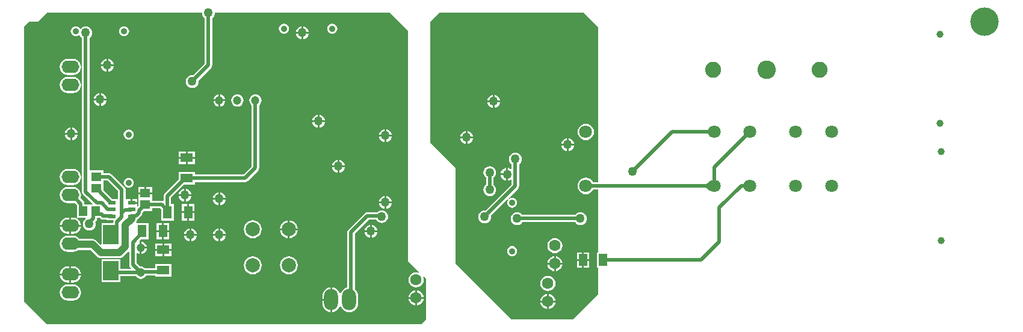
<source format=gbl>
G04*
G04 #@! TF.GenerationSoftware,Altium Limited,Altium Designer,19.1.6 (110)*
G04*
G04 Layer_Physical_Order=2*
G04 Layer_Color=16711680*
%FSLAX24Y24*%
%MOIN*%
G70*
G01*
G75*
%ADD19R,0.0472X0.0650*%
%ADD25R,0.0453X0.0531*%
%ADD28R,0.0551X0.0512*%
%ADD29R,0.0709X0.0512*%
%ADD71C,0.0200*%
%ADD72C,0.0500*%
%ADD76C,0.1575*%
%ADD77C,0.0630*%
%ADD78C,0.0354*%
%ADD79O,0.0787X0.1181*%
%ADD80O,0.0984X0.0689*%
%ADD81C,0.0394*%
%ADD82C,0.0787*%
%ADD83C,0.0472*%
%ADD84C,0.1024*%
%ADD85C,0.0886*%
%ADD86C,0.0709*%
%ADD87C,0.0500*%
%ADD88R,0.0512X0.0709*%
%ADD89R,0.0866X0.1063*%
%ADD90R,0.0394X0.0236*%
%ADD91C,0.0400*%
G36*
X31750Y26500D02*
Y13750D01*
X32365Y13135D01*
X32337Y13092D01*
X32308Y13104D01*
X32200Y13119D01*
X32092Y13104D01*
X31991Y13062D01*
X31904Y12996D01*
X31838Y12909D01*
X31796Y12808D01*
X31781Y12700D01*
X31796Y12592D01*
X31838Y12491D01*
X31904Y12404D01*
X31991Y12338D01*
X32092Y12296D01*
X32200Y12281D01*
X32308Y12296D01*
X32409Y12338D01*
X32496Y12404D01*
X32562Y12491D01*
X32604Y12592D01*
X32619Y12700D01*
X32604Y12808D01*
X32592Y12837D01*
X32635Y12865D01*
X32750Y12750D01*
Y10500D01*
X32500Y10250D01*
X11750D01*
X10500Y11500D01*
Y26750D01*
X10750Y27000D01*
X11250D01*
X11750Y27500D01*
X20347D01*
X20359Y27409D01*
X20394Y27323D01*
X20450Y27250D01*
X20496Y27215D01*
Y24684D01*
X19857Y24046D01*
X19800Y24053D01*
X19709Y24041D01*
X19623Y24006D01*
X19550Y23950D01*
X19494Y23877D01*
X19459Y23791D01*
X19447Y23700D01*
X19459Y23609D01*
X19494Y23523D01*
X19550Y23450D01*
X19623Y23394D01*
X19709Y23359D01*
X19800Y23347D01*
X19891Y23359D01*
X19977Y23394D01*
X20050Y23450D01*
X20106Y23523D01*
X20141Y23609D01*
X20153Y23700D01*
X20145Y23757D01*
X20844Y24456D01*
X20888Y24522D01*
X20904Y24600D01*
Y27215D01*
X20950Y27250D01*
X21006Y27323D01*
X21041Y27409D01*
X21053Y27500D01*
X30750D01*
X31750Y26500D01*
D02*
G37*
G36*
X48154Y18010D02*
X48185Y18011D01*
X48216Y18016D01*
X48246Y18023D01*
X48276Y18033D01*
X48307Y18047D01*
X48337Y18063D01*
X48367Y18082D01*
X48397Y18104D01*
X48427Y18128D01*
X48456Y18156D01*
X48448Y17660D01*
X48419Y17689D01*
X48391Y17714D01*
X48362Y17737D01*
X48332Y17756D01*
X48303Y17773D01*
X48273Y17786D01*
X48243Y17797D01*
X48212Y17804D01*
X48182Y17809D01*
X48151Y17810D01*
X48154Y18010D01*
D02*
G37*
G36*
X42300Y26700D02*
Y18108D01*
X42006D01*
X41996Y18133D01*
X41923Y18228D01*
X41828Y18301D01*
X41717Y18347D01*
X41599Y18362D01*
X41480Y18347D01*
X41370Y18301D01*
X41275Y18228D01*
X41202Y18133D01*
X41156Y18023D01*
X41141Y17904D01*
X41156Y17785D01*
X41202Y17675D01*
X41275Y17580D01*
X41370Y17507D01*
X41480Y17461D01*
X41599Y17446D01*
X41717Y17461D01*
X41828Y17507D01*
X41923Y17580D01*
X41996Y17675D01*
X42006Y17700D01*
X42300D01*
Y14225D01*
X42215D01*
Y13375D01*
X42300D01*
Y11900D01*
X40900Y10500D01*
X37500D01*
X34400Y13600D01*
Y18900D01*
X33000Y20300D01*
Y27000D01*
X33500Y27500D01*
X41500D01*
X42300Y26700D01*
D02*
G37*
%LPC*%
G36*
X25950Y26746D02*
Y26450D01*
X26246D01*
X26241Y26491D01*
X26206Y26577D01*
X26150Y26650D01*
X26077Y26706D01*
X25991Y26741D01*
X25950Y26746D01*
D02*
G37*
G36*
X25850D02*
X25809Y26741D01*
X25723Y26706D01*
X25650Y26650D01*
X25594Y26577D01*
X25559Y26491D01*
X25554Y26450D01*
X25850D01*
Y26746D01*
D02*
G37*
G36*
X27556Y26902D02*
X27484Y26892D01*
X27417Y26864D01*
X27359Y26820D01*
X27314Y26762D01*
X27286Y26695D01*
X27277Y26622D01*
X27286Y26550D01*
X27314Y26482D01*
X27359Y26424D01*
X27417Y26380D01*
X27484Y26352D01*
X27556Y26343D01*
X27629Y26352D01*
X27696Y26380D01*
X27754Y26424D01*
X27799Y26482D01*
X27826Y26550D01*
X27836Y26622D01*
X27826Y26695D01*
X27799Y26762D01*
X27754Y26820D01*
X27696Y26864D01*
X27629Y26892D01*
X27556Y26902D01*
D02*
G37*
G36*
X24879D02*
X24807Y26892D01*
X24740Y26864D01*
X24682Y26820D01*
X24637Y26762D01*
X24609Y26695D01*
X24600Y26622D01*
X24609Y26550D01*
X24637Y26482D01*
X24682Y26424D01*
X24740Y26380D01*
X24807Y26352D01*
X24879Y26343D01*
X24952Y26352D01*
X25019Y26380D01*
X25077Y26424D01*
X25121Y26482D01*
X25149Y26550D01*
X25159Y26622D01*
X25149Y26695D01*
X25121Y26762D01*
X25077Y26820D01*
X25019Y26864D01*
X24952Y26892D01*
X24879Y26902D01*
D02*
G37*
G36*
X16021Y26760D02*
X15949Y26750D01*
X15881Y26722D01*
X15824Y26678D01*
X15779Y26620D01*
X15751Y26552D01*
X15742Y26480D01*
X15751Y26408D01*
X15779Y26340D01*
X15824Y26282D01*
X15881Y26238D01*
X15949Y26210D01*
X16021Y26200D01*
X16094Y26210D01*
X16161Y26238D01*
X16219Y26282D01*
X16263Y26340D01*
X16291Y26408D01*
X16301Y26480D01*
X16291Y26552D01*
X16263Y26620D01*
X16219Y26678D01*
X16161Y26722D01*
X16094Y26750D01*
X16021Y26760D01*
D02*
G37*
G36*
X26246Y26350D02*
X25950D01*
Y26054D01*
X25991Y26059D01*
X26077Y26094D01*
X26150Y26150D01*
X26206Y26223D01*
X26241Y26309D01*
X26246Y26350D01*
D02*
G37*
G36*
X25850D02*
X25554D01*
X25559Y26309D01*
X25594Y26223D01*
X25650Y26150D01*
X25723Y26094D01*
X25809Y26059D01*
X25850Y26054D01*
Y26350D01*
D02*
G37*
G36*
X15150Y24946D02*
Y24650D01*
X15446D01*
X15441Y24691D01*
X15406Y24777D01*
X15350Y24850D01*
X15277Y24906D01*
X15191Y24941D01*
X15150Y24946D01*
D02*
G37*
G36*
X15050D02*
X15009Y24941D01*
X14923Y24906D01*
X14850Y24850D01*
X14794Y24777D01*
X14759Y24691D01*
X14754Y24650D01*
X15050D01*
Y24946D01*
D02*
G37*
G36*
X15446Y24550D02*
X15150D01*
Y24254D01*
X15191Y24259D01*
X15277Y24294D01*
X15350Y24350D01*
X15406Y24423D01*
X15441Y24509D01*
X15446Y24550D01*
D02*
G37*
G36*
X15050D02*
X14754D01*
X14759Y24509D01*
X14794Y24423D01*
X14850Y24350D01*
X14923Y24294D01*
X15009Y24259D01*
X15050Y24254D01*
Y24550D01*
D02*
G37*
G36*
X13198Y24948D02*
X12902D01*
X12786Y24933D01*
X12678Y24888D01*
X12585Y24817D01*
X12514Y24724D01*
X12469Y24616D01*
X12454Y24500D01*
X12469Y24384D01*
X12514Y24276D01*
X12585Y24183D01*
X12678Y24112D01*
X12786Y24067D01*
X12902Y24052D01*
X13198D01*
X13314Y24067D01*
X13422Y24112D01*
X13515Y24183D01*
X13586Y24276D01*
X13631Y24384D01*
X13646Y24500D01*
X13631Y24616D01*
X13586Y24724D01*
X13515Y24817D01*
X13422Y24888D01*
X13314Y24933D01*
X13198Y24948D01*
D02*
G37*
G36*
Y23948D02*
X12902D01*
X12786Y23933D01*
X12678Y23888D01*
X12585Y23817D01*
X12514Y23724D01*
X12469Y23616D01*
X12454Y23500D01*
X12469Y23384D01*
X12514Y23276D01*
X12585Y23183D01*
X12678Y23112D01*
X12786Y23067D01*
X12902Y23052D01*
X13198D01*
X13314Y23067D01*
X13422Y23112D01*
X13515Y23183D01*
X13586Y23276D01*
X13631Y23384D01*
X13646Y23500D01*
X13631Y23616D01*
X13586Y23724D01*
X13515Y23817D01*
X13422Y23888D01*
X13314Y23933D01*
X13198Y23948D01*
D02*
G37*
G36*
X14750Y23046D02*
Y22750D01*
X15046D01*
X15041Y22791D01*
X15006Y22877D01*
X14950Y22950D01*
X14877Y23006D01*
X14791Y23041D01*
X14750Y23046D01*
D02*
G37*
G36*
X14650D02*
X14609Y23041D01*
X14523Y23006D01*
X14450Y22950D01*
X14394Y22877D01*
X14359Y22791D01*
X14354Y22750D01*
X14650D01*
Y23046D01*
D02*
G37*
G36*
X21350Y22983D02*
Y22700D01*
X21633D01*
X21628Y22738D01*
X21594Y22820D01*
X21540Y22890D01*
X21470Y22944D01*
X21388Y22978D01*
X21350Y22983D01*
D02*
G37*
G36*
X21250D02*
X21212Y22978D01*
X21130Y22944D01*
X21060Y22890D01*
X21006Y22820D01*
X20972Y22738D01*
X20967Y22700D01*
X21250D01*
Y22983D01*
D02*
G37*
G36*
X15046Y22650D02*
X14750D01*
Y22354D01*
X14791Y22359D01*
X14877Y22394D01*
X14950Y22450D01*
X15006Y22523D01*
X15041Y22609D01*
X15046Y22650D01*
D02*
G37*
G36*
X14650D02*
X14354D01*
X14359Y22609D01*
X14394Y22523D01*
X14450Y22450D01*
X14523Y22394D01*
X14609Y22359D01*
X14650Y22354D01*
Y22650D01*
D02*
G37*
G36*
X21633Y22600D02*
X21350D01*
Y22317D01*
X21388Y22322D01*
X21470Y22356D01*
X21540Y22410D01*
X21594Y22480D01*
X21628Y22562D01*
X21633Y22600D01*
D02*
G37*
G36*
X21250D02*
X20967D01*
X20972Y22562D01*
X21006Y22480D01*
X21060Y22410D01*
X21130Y22356D01*
X21212Y22322D01*
X21250Y22317D01*
Y22600D01*
D02*
G37*
G36*
X22300Y22989D02*
X22212Y22978D01*
X22130Y22944D01*
X22060Y22890D01*
X22006Y22820D01*
X21972Y22738D01*
X21961Y22650D01*
X21972Y22562D01*
X22006Y22480D01*
X22060Y22410D01*
X22130Y22356D01*
X22212Y22322D01*
X22300Y22311D01*
X22388Y22322D01*
X22470Y22356D01*
X22540Y22410D01*
X22594Y22480D01*
X22628Y22562D01*
X22639Y22650D01*
X22628Y22738D01*
X22594Y22820D01*
X22540Y22890D01*
X22470Y22944D01*
X22388Y22978D01*
X22300Y22989D01*
D02*
G37*
G36*
X26850Y21846D02*
Y21550D01*
X27146D01*
X27141Y21591D01*
X27106Y21677D01*
X27050Y21750D01*
X26977Y21806D01*
X26891Y21841D01*
X26850Y21846D01*
D02*
G37*
G36*
X26750D02*
X26709Y21841D01*
X26623Y21806D01*
X26550Y21750D01*
X26494Y21677D01*
X26459Y21591D01*
X26454Y21550D01*
X26750D01*
Y21846D01*
D02*
G37*
G36*
X27146Y21450D02*
X26850D01*
Y21154D01*
X26891Y21159D01*
X26977Y21194D01*
X27050Y21250D01*
X27106Y21323D01*
X27141Y21409D01*
X27146Y21450D01*
D02*
G37*
G36*
X26750D02*
X26454D01*
X26459Y21409D01*
X26494Y21323D01*
X26550Y21250D01*
X26623Y21194D01*
X26709Y21159D01*
X26750Y21154D01*
Y21450D01*
D02*
G37*
G36*
X13150Y21146D02*
Y20850D01*
X13446D01*
X13441Y20891D01*
X13406Y20977D01*
X13350Y21050D01*
X13277Y21106D01*
X13191Y21141D01*
X13150Y21146D01*
D02*
G37*
G36*
X13050D02*
X13009Y21141D01*
X12923Y21106D01*
X12850Y21050D01*
X12794Y20977D01*
X12759Y20891D01*
X12754Y20850D01*
X13050D01*
Y21146D01*
D02*
G37*
G36*
X30550Y21046D02*
Y20750D01*
X30846D01*
X30841Y20791D01*
X30806Y20877D01*
X30750Y20950D01*
X30677Y21006D01*
X30591Y21041D01*
X30550Y21046D01*
D02*
G37*
G36*
X30450D02*
X30409Y21041D01*
X30323Y21006D01*
X30250Y20950D01*
X30194Y20877D01*
X30159Y20791D01*
X30154Y20750D01*
X30450D01*
Y21046D01*
D02*
G37*
G36*
X16280Y21035D02*
X16208Y21026D01*
X16140Y20998D01*
X16082Y20954D01*
X16038Y20896D01*
X16010Y20828D01*
X16000Y20756D01*
X16010Y20684D01*
X16038Y20616D01*
X16082Y20558D01*
X16140Y20514D01*
X16208Y20486D01*
X16280Y20476D01*
X16352Y20486D01*
X16420Y20514D01*
X16478Y20558D01*
X16522Y20616D01*
X16550Y20684D01*
X16560Y20756D01*
X16550Y20828D01*
X16522Y20896D01*
X16478Y20954D01*
X16420Y20998D01*
X16352Y21026D01*
X16280Y21035D01*
D02*
G37*
G36*
X13446Y20750D02*
X13150D01*
Y20454D01*
X13191Y20459D01*
X13277Y20494D01*
X13350Y20550D01*
X13406Y20623D01*
X13441Y20709D01*
X13446Y20750D01*
D02*
G37*
G36*
X13050D02*
X12754D01*
X12759Y20709D01*
X12794Y20623D01*
X12850Y20550D01*
X12923Y20494D01*
X13009Y20459D01*
X13050Y20454D01*
Y20750D01*
D02*
G37*
G36*
X30846Y20650D02*
X30550D01*
Y20354D01*
X30591Y20359D01*
X30677Y20394D01*
X30750Y20450D01*
X30806Y20523D01*
X30841Y20609D01*
X30846Y20650D01*
D02*
G37*
G36*
X30450D02*
X30154D01*
X30159Y20609D01*
X30194Y20523D01*
X30250Y20450D01*
X30323Y20394D01*
X30409Y20359D01*
X30450Y20354D01*
Y20650D01*
D02*
G37*
G36*
X19954Y19827D02*
X19550D01*
Y19521D01*
X19954D01*
Y19827D01*
D02*
G37*
G36*
X19450D02*
X19046D01*
Y19521D01*
X19450D01*
Y19827D01*
D02*
G37*
G36*
X19954Y19421D02*
X19550D01*
Y19115D01*
X19954D01*
Y19421D01*
D02*
G37*
G36*
X19450D02*
X19046D01*
Y19115D01*
X19450D01*
Y19421D01*
D02*
G37*
G36*
X27950Y19346D02*
Y19050D01*
X28246D01*
X28241Y19091D01*
X28206Y19177D01*
X28150Y19250D01*
X28077Y19306D01*
X27991Y19341D01*
X27950Y19346D01*
D02*
G37*
G36*
X27850D02*
X27809Y19341D01*
X27723Y19306D01*
X27650Y19250D01*
X27594Y19177D01*
X27559Y19091D01*
X27554Y19050D01*
X27850D01*
Y19346D01*
D02*
G37*
G36*
X28246Y18950D02*
X27950D01*
Y18654D01*
X27991Y18659D01*
X28077Y18694D01*
X28150Y18750D01*
X28206Y18823D01*
X28241Y18909D01*
X28246Y18950D01*
D02*
G37*
G36*
X27850D02*
X27554D01*
X27559Y18909D01*
X27594Y18823D01*
X27650Y18750D01*
X27723Y18694D01*
X27809Y18659D01*
X27850Y18654D01*
Y18950D01*
D02*
G37*
G36*
X13198Y18848D02*
X12902D01*
X12786Y18833D01*
X12678Y18788D01*
X12585Y18717D01*
X12514Y18624D01*
X12469Y18516D01*
X12454Y18400D01*
X12469Y18284D01*
X12514Y18176D01*
X12585Y18083D01*
X12678Y18012D01*
X12786Y17967D01*
X12902Y17952D01*
X13198D01*
X13314Y17967D01*
X13422Y18012D01*
X13515Y18083D01*
X13586Y18176D01*
X13631Y18284D01*
X13646Y18400D01*
X13631Y18516D01*
X13586Y18624D01*
X13515Y18717D01*
X13422Y18788D01*
X13314Y18833D01*
X13198Y18848D01*
D02*
G37*
G36*
X16280Y18358D02*
X16208Y18349D01*
X16140Y18321D01*
X16082Y18276D01*
X16038Y18219D01*
X16010Y18151D01*
X16000Y18079D01*
X16010Y18006D01*
X16038Y17939D01*
X16082Y17881D01*
X16140Y17837D01*
X16208Y17809D01*
X16280Y17799D01*
X16352Y17809D01*
X16420Y17837D01*
X16478Y17881D01*
X16522Y17939D01*
X16550Y18006D01*
X16560Y18079D01*
X16550Y18151D01*
X16522Y18219D01*
X16478Y18276D01*
X16420Y18321D01*
X16352Y18349D01*
X16280Y18358D01*
D02*
G37*
G36*
X17576Y17856D02*
X17250D01*
Y17550D01*
X17576D01*
Y17856D01*
D02*
G37*
G36*
X17150D02*
X16824D01*
Y17550D01*
X17150D01*
Y17856D01*
D02*
G37*
G36*
X19450Y17746D02*
Y17450D01*
X19746D01*
X19741Y17491D01*
X19706Y17577D01*
X19650Y17650D01*
X19577Y17706D01*
X19491Y17741D01*
X19450Y17746D01*
D02*
G37*
G36*
X19350D02*
X19309Y17741D01*
X19223Y17706D01*
X19150Y17650D01*
X19094Y17577D01*
X19059Y17491D01*
X19054Y17450D01*
X19350D01*
Y17746D01*
D02*
G37*
G36*
X21350Y17546D02*
Y17250D01*
X21646D01*
X21641Y17291D01*
X21606Y17377D01*
X21550Y17450D01*
X21477Y17506D01*
X21391Y17541D01*
X21350Y17546D01*
D02*
G37*
G36*
X21250D02*
X21209Y17541D01*
X21123Y17506D01*
X21050Y17450D01*
X20994Y17377D01*
X20959Y17291D01*
X20954Y17250D01*
X21250D01*
Y17546D01*
D02*
G37*
G36*
X19746Y17350D02*
X19450D01*
Y17054D01*
X19491Y17059D01*
X19577Y17094D01*
X19650Y17150D01*
X19706Y17223D01*
X19741Y17309D01*
X19746Y17350D01*
D02*
G37*
G36*
X19350D02*
X19054D01*
X19059Y17309D01*
X19094Y17223D01*
X19150Y17150D01*
X19223Y17094D01*
X19309Y17059D01*
X19350Y17054D01*
Y17350D01*
D02*
G37*
G36*
X30550Y17346D02*
Y17050D01*
X30846D01*
X30841Y17091D01*
X30806Y17177D01*
X30750Y17250D01*
X30677Y17306D01*
X30591Y17341D01*
X30550Y17346D01*
D02*
G37*
G36*
X30450D02*
X30409Y17341D01*
X30323Y17306D01*
X30250Y17250D01*
X30194Y17177D01*
X30159Y17091D01*
X30154Y17050D01*
X30450D01*
Y17346D01*
D02*
G37*
G36*
X16738Y17192D02*
X16491D01*
Y17024D01*
X16738D01*
Y17192D01*
D02*
G37*
G36*
X13344Y26760D02*
X13272Y26750D01*
X13204Y26722D01*
X13146Y26678D01*
X13102Y26620D01*
X13074Y26552D01*
X13065Y26480D01*
X13074Y26408D01*
X13102Y26340D01*
X13146Y26282D01*
X13204Y26238D01*
X13272Y26210D01*
X13344Y26200D01*
X13416Y26210D01*
X13484Y26238D01*
X13522Y26267D01*
X13580Y26257D01*
X13594Y26223D01*
X13650Y26150D01*
X13696Y26115D01*
Y17571D01*
X13712Y17493D01*
X13756Y17427D01*
X14270Y16912D01*
X14251Y16866D01*
X14132D01*
X14118Y16866D01*
Y16866D01*
X14082D01*
Y16866D01*
X13833D01*
Y16920D01*
X13833Y16920D01*
X13818Y16998D01*
X13773Y17064D01*
X13773Y17064D01*
X13608Y17229D01*
X13631Y17284D01*
X13646Y17400D01*
X13631Y17516D01*
X13586Y17624D01*
X13515Y17717D01*
X13422Y17788D01*
X13314Y17833D01*
X13198Y17848D01*
X12902D01*
X12786Y17833D01*
X12678Y17788D01*
X12585Y17717D01*
X12514Y17624D01*
X12469Y17516D01*
X12454Y17400D01*
X12469Y17284D01*
X12514Y17176D01*
X12585Y17083D01*
X12678Y17012D01*
X12786Y16967D01*
X12902Y16952D01*
X13198D01*
X13296Y16965D01*
X13425Y16836D01*
Y16626D01*
X13429Y16607D01*
Y16181D01*
X13429Y16139D01*
X13393Y16100D01*
X13376Y16107D01*
X13314Y16133D01*
X13198Y16148D01*
X13100D01*
Y15750D01*
X13639D01*
X13631Y15816D01*
X13586Y15924D01*
X13515Y16017D01*
X13422Y16088D01*
X13441Y16134D01*
X13476Y16134D01*
X13476Y16134D01*
X13477Y16134D01*
X13879D01*
X13896Y16084D01*
X13850Y16050D01*
X13794Y15977D01*
X13759Y15891D01*
X13747Y15800D01*
X13759Y15709D01*
X13794Y15623D01*
X13850Y15550D01*
X13923Y15494D01*
X14009Y15459D01*
X14100Y15447D01*
X14191Y15459D01*
X14277Y15494D01*
X14350Y15550D01*
X14406Y15623D01*
X14441Y15709D01*
X14453Y15800D01*
X14441Y15891D01*
X14429Y15921D01*
X14462Y15955D01*
X14507Y16021D01*
X14522Y16099D01*
X14571Y16130D01*
X14687D01*
X14718Y16100D01*
X14784Y16056D01*
X14862Y16040D01*
X15062D01*
Y16008D01*
X15407D01*
X15440Y15958D01*
X15429Y15903D01*
Y15835D01*
X14767D01*
Y14675D01*
X14721Y14656D01*
X14499Y14878D01*
X14436Y14926D01*
X14363Y14956D01*
X14285Y14966D01*
X13553D01*
X13515Y15017D01*
X13422Y15088D01*
X13314Y15133D01*
X13198Y15148D01*
X12902D01*
X12786Y15133D01*
X12678Y15088D01*
X12585Y15017D01*
X12514Y14924D01*
X12469Y14816D01*
X12454Y14700D01*
X12469Y14584D01*
X12514Y14476D01*
X12585Y14383D01*
X12678Y14312D01*
X12786Y14267D01*
X12902Y14252D01*
X13198D01*
X13314Y14267D01*
X13422Y14312D01*
X13486Y14361D01*
X14160D01*
X14535Y13986D01*
X14535Y13986D01*
X14597Y13938D01*
X14670Y13908D01*
X14749Y13897D01*
X14749Y13897D01*
X15756D01*
X15834Y13908D01*
X15907Y13938D01*
X15970Y13986D01*
X16264Y14280D01*
X16310Y14261D01*
Y13536D01*
X16325Y13458D01*
X16370Y13392D01*
X16411Y13350D01*
X16392Y13304D01*
X15833D01*
Y13828D01*
X14767D01*
Y12565D01*
X15833D01*
Y12896D01*
X16683D01*
X16710Y12860D01*
X16780Y12806D01*
X16862Y12772D01*
X16950Y12761D01*
X17038Y12772D01*
X17120Y12806D01*
X17190Y12860D01*
X17244Y12930D01*
X17251Y12948D01*
X17746D01*
Y12873D01*
X18654D01*
Y13585D01*
X17746D01*
Y13356D01*
X17169D01*
X17120Y13394D01*
X17038Y13428D01*
X16950Y13439D01*
X16905Y13433D01*
X16718Y13621D01*
Y14176D01*
X16763Y14198D01*
X16780Y14184D01*
X16862Y14150D01*
X16900Y14145D01*
Y14478D01*
Y14811D01*
X16897Y14810D01*
X16873Y14857D01*
X16962Y14946D01*
X17385D01*
Y15854D01*
X16714D01*
X16689Y15904D01*
X16703Y15923D01*
X16734Y15996D01*
X16735Y16008D01*
X16738D01*
Y16031D01*
X16741Y16052D01*
X16761Y16056D01*
X16827Y16100D01*
X16982Y16255D01*
X17027Y16321D01*
X17042Y16399D01*
X17042Y16399D01*
Y16443D01*
X17113Y16514D01*
X17576D01*
Y16666D01*
X18018D01*
X18073Y16611D01*
Y15991D01*
X18785D01*
Y16899D01*
X18633D01*
Y17272D01*
X19334Y17973D01*
X19954D01*
Y18125D01*
X22729D01*
X22807Y18141D01*
X22873Y18185D01*
X23444Y18756D01*
X23444Y18756D01*
X23488Y18822D01*
X23504Y18900D01*
Y22383D01*
X23540Y22410D01*
X23594Y22480D01*
X23628Y22562D01*
X23639Y22650D01*
X23628Y22738D01*
X23594Y22820D01*
X23540Y22890D01*
X23470Y22944D01*
X23388Y22978D01*
X23300Y22989D01*
X23212Y22978D01*
X23130Y22944D01*
X23060Y22890D01*
X23006Y22820D01*
X22972Y22738D01*
X22961Y22650D01*
X22972Y22562D01*
X23006Y22480D01*
X23060Y22410D01*
X23096Y22383D01*
Y18984D01*
X22645Y18533D01*
X19954D01*
Y18685D01*
X19046D01*
Y18262D01*
X18285Y17501D01*
X18241Y17435D01*
X18225Y17357D01*
Y17082D01*
X18190Y17063D01*
X18175Y17060D01*
X18102Y17074D01*
X17576D01*
Y17450D01*
X17200D01*
X16824D01*
Y17144D01*
Y16803D01*
X16788Y16766D01*
X16738Y16787D01*
Y16924D01*
X16441D01*
Y16974D01*
X16391D01*
Y17192D01*
X16144D01*
X16104Y17215D01*
Y17700D01*
X16088Y17778D01*
X16044Y17844D01*
X15329Y18559D01*
X15263Y18603D01*
X15185Y18619D01*
X14876D01*
Y18771D01*
X14124D01*
X14104Y18812D01*
Y26115D01*
X14150Y26150D01*
X14206Y26223D01*
X14241Y26309D01*
X14253Y26400D01*
X14241Y26491D01*
X14206Y26577D01*
X14150Y26650D01*
X14077Y26706D01*
X13991Y26741D01*
X13900Y26753D01*
X13809Y26741D01*
X13723Y26706D01*
X13650Y26650D01*
X13632Y26626D01*
X13575Y26634D01*
X13542Y26678D01*
X13484Y26722D01*
X13416Y26750D01*
X13344Y26760D01*
D02*
G37*
G36*
X21646Y17150D02*
X21350D01*
Y16854D01*
X21391Y16859D01*
X21477Y16894D01*
X21550Y16950D01*
X21606Y17023D01*
X21641Y17109D01*
X21646Y17150D01*
D02*
G37*
G36*
X21250D02*
X20954D01*
X20959Y17109D01*
X20994Y17023D01*
X21050Y16950D01*
X21123Y16894D01*
X21209Y16859D01*
X21250Y16854D01*
Y17150D01*
D02*
G37*
G36*
X30846Y16950D02*
X30550D01*
Y16654D01*
X30591Y16659D01*
X30677Y16694D01*
X30750Y16750D01*
X30806Y16823D01*
X30841Y16909D01*
X30846Y16950D01*
D02*
G37*
G36*
X30450D02*
X30154D01*
X30159Y16909D01*
X30194Y16823D01*
X30250Y16750D01*
X30323Y16694D01*
X30409Y16659D01*
X30450Y16654D01*
Y16950D01*
D02*
G37*
G36*
X19927Y16899D02*
X19621D01*
Y16495D01*
X19927D01*
Y16899D01*
D02*
G37*
G36*
X19521D02*
X19215D01*
Y16495D01*
X19521D01*
Y16899D01*
D02*
G37*
G36*
X19927Y16395D02*
X19621D01*
Y15991D01*
X19927D01*
Y16395D01*
D02*
G37*
G36*
X19521D02*
X19215D01*
Y15991D01*
X19521D01*
Y16395D01*
D02*
G37*
G36*
X30293Y16560D02*
X30202Y16548D01*
X30117Y16513D01*
X30043Y16457D01*
X30041Y16454D01*
X29500D01*
X29422Y16438D01*
X29356Y16394D01*
X28456Y15494D01*
X28412Y15428D01*
X28396Y15350D01*
Y12281D01*
X28371Y12278D01*
X28251Y12228D01*
X28148Y12149D01*
X28069Y12046D01*
X28027Y11945D01*
X27973D01*
X27931Y12046D01*
X27852Y12149D01*
X27749Y12228D01*
X27629Y12278D01*
X27550Y12288D01*
Y11600D01*
Y10912D01*
X27629Y10922D01*
X27749Y10972D01*
X27852Y11051D01*
X27931Y11154D01*
X27973Y11255D01*
X28027D01*
X28069Y11154D01*
X28148Y11051D01*
X28251Y10972D01*
X28371Y10922D01*
X28500Y10905D01*
X28629Y10922D01*
X28749Y10972D01*
X28852Y11051D01*
X28931Y11154D01*
X28981Y11274D01*
X28998Y11403D01*
Y11797D01*
X28981Y11926D01*
X28931Y12046D01*
X28852Y12149D01*
X28804Y12186D01*
Y15266D01*
X29584Y16046D01*
X29981D01*
X29987Y16030D01*
X30043Y15957D01*
X30117Y15901D01*
X30202Y15866D01*
X30293Y15854D01*
X30384Y15866D01*
X30470Y15901D01*
X30543Y15957D01*
X30599Y16030D01*
X30634Y16116D01*
X30646Y16207D01*
X30634Y16298D01*
X30599Y16383D01*
X30543Y16457D01*
X30470Y16513D01*
X30384Y16548D01*
X30293Y16560D01*
D02*
G37*
G36*
X13000Y16148D02*
X12902D01*
X12786Y16133D01*
X12678Y16088D01*
X12585Y16017D01*
X12514Y15924D01*
X12469Y15816D01*
X12461Y15750D01*
X13000D01*
Y16148D01*
D02*
G37*
G36*
X25200Y15991D02*
Y15550D01*
X25641D01*
X25631Y15629D01*
X25581Y15749D01*
X25502Y15852D01*
X25399Y15931D01*
X25279Y15981D01*
X25200Y15991D01*
D02*
G37*
G36*
X25100D02*
X25021Y15981D01*
X24901Y15931D01*
X24798Y15852D01*
X24719Y15749D01*
X24669Y15629D01*
X24659Y15550D01*
X25100D01*
Y15991D01*
D02*
G37*
G36*
X18527Y15854D02*
X18221D01*
Y15450D01*
X18527D01*
Y15854D01*
D02*
G37*
G36*
X29750Y15746D02*
Y15450D01*
X30046D01*
X30041Y15491D01*
X30006Y15577D01*
X29950Y15650D01*
X29877Y15706D01*
X29791Y15741D01*
X29750Y15746D01*
D02*
G37*
G36*
X29650D02*
X29609Y15741D01*
X29523Y15706D01*
X29450Y15650D01*
X29394Y15577D01*
X29359Y15491D01*
X29354Y15450D01*
X29650D01*
Y15746D01*
D02*
G37*
G36*
X18121Y15854D02*
X17815D01*
Y15450D01*
X18121D01*
Y15854D01*
D02*
G37*
G36*
X13639Y15650D02*
X13100D01*
Y15252D01*
X13198D01*
X13314Y15267D01*
X13422Y15312D01*
X13515Y15383D01*
X13586Y15476D01*
X13631Y15584D01*
X13639Y15650D01*
D02*
G37*
G36*
X13000D02*
X12461D01*
X12469Y15584D01*
X12514Y15476D01*
X12585Y15383D01*
X12678Y15312D01*
X12786Y15267D01*
X12902Y15252D01*
X13000D01*
Y15650D01*
D02*
G37*
G36*
X21350Y15546D02*
Y15250D01*
X21646D01*
X21641Y15291D01*
X21606Y15377D01*
X21550Y15450D01*
X21477Y15506D01*
X21391Y15541D01*
X21350Y15546D01*
D02*
G37*
G36*
X21250D02*
X21209Y15541D01*
X21123Y15506D01*
X21050Y15450D01*
X20994Y15377D01*
X20959Y15291D01*
X20954Y15250D01*
X21250D01*
Y15546D01*
D02*
G37*
G36*
X19750D02*
Y15250D01*
X20046D01*
X20041Y15291D01*
X20006Y15377D01*
X19950Y15450D01*
X19877Y15506D01*
X19791Y15541D01*
X19750Y15546D01*
D02*
G37*
G36*
X19650D02*
X19609Y15541D01*
X19523Y15506D01*
X19450Y15450D01*
X19394Y15377D01*
X19359Y15291D01*
X19354Y15250D01*
X19650D01*
Y15546D01*
D02*
G37*
G36*
X30046Y15350D02*
X29750D01*
Y15054D01*
X29791Y15059D01*
X29877Y15094D01*
X29950Y15150D01*
X30006Y15223D01*
X30041Y15309D01*
X30046Y15350D01*
D02*
G37*
G36*
X29650D02*
X29354D01*
X29359Y15309D01*
X29394Y15223D01*
X29450Y15150D01*
X29523Y15094D01*
X29609Y15059D01*
X29650Y15054D01*
Y15350D01*
D02*
G37*
G36*
X25641Y15450D02*
X25200D01*
Y15009D01*
X25279Y15019D01*
X25399Y15069D01*
X25502Y15148D01*
X25581Y15251D01*
X25631Y15371D01*
X25641Y15450D01*
D02*
G37*
G36*
X25100D02*
X24659D01*
X24669Y15371D01*
X24719Y15251D01*
X24798Y15148D01*
X24901Y15069D01*
X25021Y15019D01*
X25100Y15009D01*
Y15450D01*
D02*
G37*
G36*
X23150Y15998D02*
X23021Y15981D01*
X22901Y15931D01*
X22798Y15852D01*
X22719Y15749D01*
X22669Y15629D01*
X22652Y15500D01*
X22669Y15371D01*
X22719Y15251D01*
X22798Y15148D01*
X22901Y15069D01*
X23021Y15019D01*
X23150Y15002D01*
X23279Y15019D01*
X23399Y15069D01*
X23502Y15148D01*
X23581Y15251D01*
X23631Y15371D01*
X23648Y15500D01*
X23631Y15629D01*
X23581Y15749D01*
X23502Y15852D01*
X23399Y15931D01*
X23279Y15981D01*
X23150Y15998D01*
D02*
G37*
G36*
X18527Y15350D02*
X18221D01*
Y14946D01*
X18527D01*
Y15350D01*
D02*
G37*
G36*
X18121D02*
X17815D01*
Y14946D01*
X18121D01*
Y15350D01*
D02*
G37*
G36*
X21646Y15150D02*
X21350D01*
Y14854D01*
X21391Y14859D01*
X21477Y14894D01*
X21550Y14950D01*
X21606Y15023D01*
X21641Y15109D01*
X21646Y15150D01*
D02*
G37*
G36*
X21250D02*
X20954D01*
X20959Y15109D01*
X20994Y15023D01*
X21050Y14950D01*
X21123Y14894D01*
X21209Y14859D01*
X21250Y14854D01*
Y15150D01*
D02*
G37*
G36*
X20046D02*
X19750D01*
Y14854D01*
X19791Y14859D01*
X19877Y14894D01*
X19950Y14950D01*
X20006Y15023D01*
X20041Y15109D01*
X20046Y15150D01*
D02*
G37*
G36*
X19650D02*
X19354D01*
X19359Y15109D01*
X19394Y15023D01*
X19450Y14950D01*
X19523Y14894D01*
X19609Y14859D01*
X19650Y14854D01*
Y15150D01*
D02*
G37*
G36*
X17000Y14811D02*
Y14528D01*
X17283D01*
X17278Y14566D01*
X17244Y14648D01*
X17190Y14718D01*
X17120Y14772D01*
X17038Y14806D01*
X17000Y14811D01*
D02*
G37*
G36*
X18654Y14727D02*
X18250D01*
Y14421D01*
X18654D01*
Y14727D01*
D02*
G37*
G36*
X18150D02*
X17746D01*
Y14421D01*
X18150D01*
Y14727D01*
D02*
G37*
G36*
X17283Y14428D02*
X17000D01*
Y14145D01*
X17038Y14150D01*
X17120Y14184D01*
X17190Y14238D01*
X17244Y14308D01*
X17278Y14390D01*
X17283Y14428D01*
D02*
G37*
G36*
X18654Y14321D02*
X18250D01*
Y14015D01*
X18654D01*
Y14321D01*
D02*
G37*
G36*
X18150D02*
X17746D01*
Y14015D01*
X18150D01*
Y14321D01*
D02*
G37*
G36*
X13198Y13448D02*
X13100D01*
Y13050D01*
X13639D01*
X13631Y13116D01*
X13586Y13224D01*
X13515Y13317D01*
X13422Y13388D01*
X13314Y13433D01*
X13198Y13448D01*
D02*
G37*
G36*
X13000D02*
X12902D01*
X12786Y13433D01*
X12678Y13388D01*
X12585Y13317D01*
X12514Y13224D01*
X12469Y13116D01*
X12461Y13050D01*
X13000D01*
Y13448D01*
D02*
G37*
G36*
X25150Y13998D02*
X25021Y13981D01*
X24901Y13931D01*
X24798Y13852D01*
X24719Y13749D01*
X24669Y13629D01*
X24652Y13500D01*
X24669Y13371D01*
X24719Y13251D01*
X24798Y13148D01*
X24901Y13069D01*
X25021Y13019D01*
X25150Y13002D01*
X25279Y13019D01*
X25399Y13069D01*
X25502Y13148D01*
X25581Y13251D01*
X25631Y13371D01*
X25648Y13500D01*
X25631Y13629D01*
X25581Y13749D01*
X25502Y13852D01*
X25399Y13931D01*
X25279Y13981D01*
X25150Y13998D01*
D02*
G37*
G36*
X23150D02*
X23021Y13981D01*
X22901Y13931D01*
X22798Y13852D01*
X22719Y13749D01*
X22669Y13629D01*
X22652Y13500D01*
X22669Y13371D01*
X22719Y13251D01*
X22798Y13148D01*
X22901Y13069D01*
X23021Y13019D01*
X23150Y13002D01*
X23279Y13019D01*
X23399Y13069D01*
X23502Y13148D01*
X23581Y13251D01*
X23631Y13371D01*
X23648Y13500D01*
X23631Y13629D01*
X23581Y13749D01*
X23502Y13852D01*
X23399Y13931D01*
X23279Y13981D01*
X23150Y13998D01*
D02*
G37*
G36*
X13639Y12950D02*
X13100D01*
Y12552D01*
X13198D01*
X13314Y12567D01*
X13422Y12612D01*
X13515Y12683D01*
X13586Y12776D01*
X13631Y12884D01*
X13639Y12950D01*
D02*
G37*
G36*
X13000D02*
X12461D01*
X12469Y12884D01*
X12514Y12776D01*
X12585Y12683D01*
X12678Y12612D01*
X12786Y12567D01*
X12902Y12552D01*
X13000D01*
Y12950D01*
D02*
G37*
G36*
X32250Y12112D02*
Y11750D01*
X32612D01*
X32604Y11808D01*
X32562Y11909D01*
X32496Y11996D01*
X32409Y12062D01*
X32308Y12104D01*
X32250Y12112D01*
D02*
G37*
G36*
X32150D02*
X32092Y12104D01*
X31991Y12062D01*
X31904Y11996D01*
X31838Y11909D01*
X31796Y11808D01*
X31788Y11750D01*
X32150D01*
Y12112D01*
D02*
G37*
G36*
X27450Y12288D02*
X27371Y12278D01*
X27251Y12228D01*
X27148Y12149D01*
X27069Y12046D01*
X27019Y11926D01*
X27002Y11797D01*
Y11650D01*
X27450D01*
Y12288D01*
D02*
G37*
G36*
X13198Y12448D02*
X12902D01*
X12786Y12433D01*
X12678Y12388D01*
X12585Y12317D01*
X12514Y12224D01*
X12469Y12116D01*
X12454Y12000D01*
X12469Y11884D01*
X12514Y11776D01*
X12585Y11683D01*
X12678Y11612D01*
X12786Y11567D01*
X12902Y11552D01*
X13198D01*
X13314Y11567D01*
X13422Y11612D01*
X13515Y11683D01*
X13586Y11776D01*
X13631Y11884D01*
X13646Y12000D01*
X13631Y12116D01*
X13586Y12224D01*
X13515Y12317D01*
X13422Y12388D01*
X13314Y12433D01*
X13198Y12448D01*
D02*
G37*
G36*
X32612Y11650D02*
X32250D01*
Y11288D01*
X32308Y11296D01*
X32409Y11338D01*
X32496Y11404D01*
X32562Y11491D01*
X32604Y11592D01*
X32612Y11650D01*
D02*
G37*
G36*
X32150D02*
X31788D01*
X31796Y11592D01*
X31838Y11491D01*
X31904Y11404D01*
X31991Y11338D01*
X32092Y11296D01*
X32150Y11288D01*
Y11650D01*
D02*
G37*
G36*
X27450Y11550D02*
X27002D01*
Y11403D01*
X27019Y11274D01*
X27069Y11154D01*
X27148Y11051D01*
X27251Y10972D01*
X27371Y10922D01*
X27450Y10912D01*
Y11550D01*
D02*
G37*
%LPD*%
G36*
X15696Y17616D02*
Y17215D01*
X15656Y17192D01*
X15350D01*
X14876Y17667D01*
Y18211D01*
X15101D01*
X15696Y17616D01*
D02*
G37*
%LPC*%
G36*
X36550Y22946D02*
Y22650D01*
X36846D01*
X36841Y22691D01*
X36806Y22777D01*
X36750Y22850D01*
X36677Y22906D01*
X36591Y22941D01*
X36550Y22946D01*
D02*
G37*
G36*
X36450D02*
X36409Y22941D01*
X36323Y22906D01*
X36250Y22850D01*
X36194Y22777D01*
X36159Y22691D01*
X36154Y22650D01*
X36450D01*
Y22946D01*
D02*
G37*
G36*
X36846Y22550D02*
X36550D01*
Y22254D01*
X36591Y22259D01*
X36677Y22294D01*
X36750Y22350D01*
X36806Y22423D01*
X36841Y22509D01*
X36846Y22550D01*
D02*
G37*
G36*
X36450D02*
X36154D01*
X36159Y22509D01*
X36194Y22423D01*
X36250Y22350D01*
X36323Y22294D01*
X36409Y22259D01*
X36450Y22254D01*
Y22550D01*
D02*
G37*
G36*
X35050Y20946D02*
Y20650D01*
X35346D01*
X35341Y20691D01*
X35306Y20777D01*
X35250Y20850D01*
X35177Y20906D01*
X35091Y20941D01*
X35050Y20946D01*
D02*
G37*
G36*
X34950D02*
X34909Y20941D01*
X34823Y20906D01*
X34750Y20850D01*
X34694Y20777D01*
X34659Y20691D01*
X34654Y20650D01*
X34950D01*
Y20946D01*
D02*
G37*
G36*
X41599Y21354D02*
X41480Y21339D01*
X41370Y21293D01*
X41275Y21220D01*
X41202Y21125D01*
X41156Y21015D01*
X41141Y20896D01*
X41156Y20777D01*
X41202Y20667D01*
X41275Y20572D01*
X41370Y20499D01*
X41480Y20453D01*
X41599Y20438D01*
X41717Y20453D01*
X41828Y20499D01*
X41923Y20572D01*
X41996Y20667D01*
X42041Y20777D01*
X42057Y20896D01*
X42041Y21015D01*
X41996Y21125D01*
X41923Y21220D01*
X41828Y21293D01*
X41717Y21339D01*
X41599Y21354D01*
D02*
G37*
G36*
X35346Y20550D02*
X35050D01*
Y20254D01*
X35091Y20259D01*
X35177Y20294D01*
X35250Y20350D01*
X35306Y20423D01*
X35341Y20509D01*
X35346Y20550D01*
D02*
G37*
G36*
X34950D02*
X34654D01*
X34659Y20509D01*
X34694Y20423D01*
X34750Y20350D01*
X34823Y20294D01*
X34909Y20259D01*
X34950Y20254D01*
Y20550D01*
D02*
G37*
G36*
X40650Y20546D02*
Y20250D01*
X40946D01*
X40941Y20291D01*
X40906Y20377D01*
X40850Y20450D01*
X40777Y20506D01*
X40691Y20541D01*
X40650Y20546D01*
D02*
G37*
G36*
X40550D02*
X40509Y20541D01*
X40423Y20506D01*
X40350Y20450D01*
X40294Y20377D01*
X40259Y20291D01*
X40254Y20250D01*
X40550D01*
Y20546D01*
D02*
G37*
G36*
X40946Y20150D02*
X40650D01*
Y19854D01*
X40691Y19859D01*
X40777Y19894D01*
X40850Y19950D01*
X40906Y20023D01*
X40941Y20109D01*
X40946Y20150D01*
D02*
G37*
G36*
X40550D02*
X40254D01*
X40259Y20109D01*
X40294Y20023D01*
X40350Y19950D01*
X40423Y19894D01*
X40509Y19859D01*
X40550Y19854D01*
Y20150D01*
D02*
G37*
G36*
X37700Y19753D02*
X37609Y19741D01*
X37523Y19706D01*
X37450Y19650D01*
X37394Y19577D01*
X37359Y19491D01*
X37347Y19400D01*
X37359Y19309D01*
X37394Y19223D01*
X37450Y19150D01*
X37496Y19115D01*
Y18859D01*
X37446Y18835D01*
X37412Y18861D01*
X37327Y18896D01*
X37285Y18902D01*
Y18555D01*
Y18209D01*
X37327Y18214D01*
X37412Y18250D01*
X37446Y18276D01*
X37496Y18251D01*
Y17984D01*
X36057Y16545D01*
X36000Y16553D01*
X35909Y16541D01*
X35823Y16506D01*
X35750Y16450D01*
X35694Y16377D01*
X35659Y16291D01*
X35647Y16200D01*
X35659Y16109D01*
X35694Y16023D01*
X35750Y15950D01*
X35823Y15894D01*
X35909Y15859D01*
X36000Y15847D01*
X36091Y15859D01*
X36177Y15894D01*
X36250Y15950D01*
X36306Y16023D01*
X36341Y16109D01*
X36353Y16200D01*
X36346Y16257D01*
X37266Y17177D01*
X37303Y17144D01*
X37278Y17111D01*
X37250Y17044D01*
X37240Y16971D01*
X37250Y16899D01*
X37278Y16832D01*
X37322Y16774D01*
X37380Y16729D01*
X37448Y16701D01*
X37520Y16692D01*
X37592Y16701D01*
X37660Y16729D01*
X37718Y16774D01*
X37762Y16832D01*
X37790Y16899D01*
X37800Y16971D01*
X37790Y17044D01*
X37762Y17111D01*
X37718Y17169D01*
X37660Y17213D01*
X37592Y17241D01*
X37520Y17251D01*
X37448Y17241D01*
X37380Y17213D01*
X37347Y17188D01*
X37314Y17226D01*
X37844Y17756D01*
X37888Y17822D01*
X37904Y17900D01*
Y19115D01*
X37950Y19150D01*
X38006Y19223D01*
X38041Y19309D01*
X38053Y19400D01*
X38041Y19491D01*
X38006Y19577D01*
X37950Y19650D01*
X37877Y19706D01*
X37791Y19741D01*
X37700Y19753D01*
D02*
G37*
G36*
X37185Y18902D02*
X37144Y18896D01*
X37059Y18861D01*
X36986Y18805D01*
X36930Y18732D01*
X36894Y18647D01*
X36889Y18605D01*
X37185D01*
Y18902D01*
D02*
G37*
G36*
Y18505D02*
X36889D01*
X36894Y18464D01*
X36930Y18379D01*
X36986Y18306D01*
X37059Y18250D01*
X37144Y18214D01*
X37185Y18209D01*
Y18505D01*
D02*
G37*
G36*
X36280Y19003D02*
X36189Y18991D01*
X36103Y18956D01*
X36030Y18900D01*
X35974Y18827D01*
X35939Y18741D01*
X35927Y18650D01*
X35939Y18559D01*
X35974Y18473D01*
X36030Y18400D01*
X36076Y18365D01*
Y17985D01*
X36030Y17950D01*
X35974Y17877D01*
X35939Y17791D01*
X35927Y17700D01*
X35939Y17609D01*
X35974Y17523D01*
X36030Y17450D01*
X36103Y17394D01*
X36189Y17359D01*
X36280Y17347D01*
X36371Y17359D01*
X36457Y17394D01*
X36530Y17450D01*
X36586Y17523D01*
X36621Y17609D01*
X36633Y17700D01*
X36621Y17791D01*
X36586Y17877D01*
X36530Y17950D01*
X36484Y17985D01*
Y18365D01*
X36530Y18400D01*
X36586Y18473D01*
X36621Y18559D01*
X36633Y18650D01*
X36621Y18741D01*
X36586Y18827D01*
X36530Y18900D01*
X36457Y18956D01*
X36371Y18991D01*
X36280Y19003D01*
D02*
G37*
G36*
X41300Y16453D02*
X41209Y16441D01*
X41123Y16406D01*
X41050Y16350D01*
X41015Y16304D01*
X38085D01*
X38050Y16350D01*
X37977Y16406D01*
X37891Y16441D01*
X37800Y16453D01*
X37709Y16441D01*
X37623Y16406D01*
X37550Y16350D01*
X37494Y16277D01*
X37459Y16191D01*
X37447Y16100D01*
X37459Y16009D01*
X37494Y15923D01*
X37550Y15850D01*
X37623Y15794D01*
X37709Y15759D01*
X37800Y15747D01*
X37891Y15759D01*
X37977Y15794D01*
X38050Y15850D01*
X38085Y15896D01*
X41015D01*
X41050Y15850D01*
X41123Y15794D01*
X41209Y15759D01*
X41300Y15747D01*
X41391Y15759D01*
X41477Y15794D01*
X41550Y15850D01*
X41606Y15923D01*
X41641Y16009D01*
X41653Y16100D01*
X41641Y16191D01*
X41606Y16277D01*
X41550Y16350D01*
X41477Y16406D01*
X41391Y16441D01*
X41300Y16453D01*
D02*
G37*
G36*
X39889Y15017D02*
X39781Y15003D01*
X39680Y14961D01*
X39593Y14894D01*
X39527Y14808D01*
X39485Y14707D01*
X39471Y14598D01*
X39485Y14490D01*
X39527Y14389D01*
X39593Y14302D01*
X39680Y14236D01*
X39781Y14194D01*
X39889Y14180D01*
X39998Y14194D01*
X40098Y14236D01*
X40185Y14302D01*
X40252Y14389D01*
X40293Y14490D01*
X40308Y14598D01*
X40293Y14707D01*
X40252Y14808D01*
X40185Y14894D01*
X40098Y14961D01*
X39998Y15003D01*
X39889Y15017D01*
D02*
G37*
G36*
X37520Y14574D02*
X37448Y14564D01*
X37380Y14536D01*
X37322Y14492D01*
X37278Y14434D01*
X37250Y14366D01*
X37240Y14294D01*
X37250Y14222D01*
X37278Y14154D01*
X37322Y14096D01*
X37380Y14052D01*
X37448Y14024D01*
X37520Y14015D01*
X37592Y14024D01*
X37660Y14052D01*
X37718Y14096D01*
X37762Y14154D01*
X37790Y14222D01*
X37800Y14294D01*
X37790Y14366D01*
X37762Y14434D01*
X37718Y14492D01*
X37660Y14536D01*
X37592Y14564D01*
X37520Y14574D01*
D02*
G37*
G36*
X41785Y14225D02*
X41499D01*
Y13850D01*
X41785D01*
Y14225D01*
D02*
G37*
G36*
X41399D02*
X41113D01*
Y13850D01*
X41399D01*
Y14225D01*
D02*
G37*
G36*
X39939Y14010D02*
Y13648D01*
X40301D01*
X40293Y13707D01*
X40252Y13808D01*
X40185Y13894D01*
X40098Y13961D01*
X39998Y14003D01*
X39939Y14010D01*
D02*
G37*
G36*
X39839D02*
X39781Y14003D01*
X39680Y13961D01*
X39593Y13894D01*
X39527Y13808D01*
X39485Y13707D01*
X39477Y13648D01*
X39839D01*
Y14010D01*
D02*
G37*
G36*
X41785Y13750D02*
X41499D01*
Y13375D01*
X41785D01*
Y13750D01*
D02*
G37*
G36*
X41399D02*
X41113D01*
Y13375D01*
X41399D01*
Y13750D01*
D02*
G37*
G36*
X40301Y13548D02*
X39939D01*
Y13186D01*
X39998Y13194D01*
X40098Y13236D01*
X40185Y13302D01*
X40252Y13389D01*
X40293Y13490D01*
X40301Y13548D01*
D02*
G37*
G36*
X39839D02*
X39477D01*
X39485Y13490D01*
X39527Y13389D01*
X39593Y13302D01*
X39680Y13236D01*
X39781Y13194D01*
X39839Y13186D01*
Y13548D01*
D02*
G37*
G36*
X39500Y12919D02*
X39392Y12904D01*
X39291Y12862D01*
X39204Y12796D01*
X39138Y12709D01*
X39096Y12608D01*
X39081Y12500D01*
X39096Y12392D01*
X39138Y12291D01*
X39204Y12204D01*
X39291Y12138D01*
X39392Y12096D01*
X39500Y12081D01*
X39608Y12096D01*
X39709Y12138D01*
X39796Y12204D01*
X39862Y12291D01*
X39904Y12392D01*
X39919Y12500D01*
X39904Y12608D01*
X39862Y12709D01*
X39796Y12796D01*
X39709Y12862D01*
X39608Y12904D01*
X39500Y12919D01*
D02*
G37*
G36*
X39550Y11912D02*
Y11550D01*
X39912D01*
X39904Y11608D01*
X39862Y11709D01*
X39796Y11796D01*
X39709Y11862D01*
X39608Y11904D01*
X39550Y11912D01*
D02*
G37*
G36*
X39450D02*
X39392Y11904D01*
X39291Y11862D01*
X39204Y11796D01*
X39138Y11709D01*
X39096Y11608D01*
X39088Y11550D01*
X39450D01*
Y11912D01*
D02*
G37*
G36*
X39912Y11450D02*
X39550D01*
Y11088D01*
X39608Y11096D01*
X39709Y11138D01*
X39796Y11204D01*
X39862Y11291D01*
X39904Y11392D01*
X39912Y11450D01*
D02*
G37*
G36*
X39450D02*
X39088D01*
X39096Y11392D01*
X39138Y11291D01*
X39204Y11204D01*
X39291Y11138D01*
X39392Y11096D01*
X39450Y11088D01*
Y11450D01*
D02*
G37*
%LPD*%
D19*
X42551Y13800D02*
D03*
X41449D02*
D03*
D25*
X14444Y16500D02*
D03*
X13756D02*
D03*
D28*
X14500Y17785D02*
D03*
Y18415D02*
D03*
X17200Y17500D02*
D03*
Y16870D02*
D03*
D29*
X18200Y14371D02*
D03*
Y13229D02*
D03*
X19500Y19471D02*
D03*
Y18329D02*
D03*
D71*
X46396Y20896D02*
X48705D01*
X44200Y18700D02*
X46396Y20896D01*
X50204Y17904D02*
X50674D01*
X49000Y16700D02*
X50204Y17904D01*
X49000Y14800D02*
Y16700D01*
X48000Y13800D02*
X49000Y14800D01*
X42551Y13800D02*
X48000D01*
X48705Y18928D02*
X50674Y20896D01*
X48705Y17904D02*
Y18928D01*
X36000Y16200D02*
X37700Y17900D01*
Y19400D01*
X19800Y23700D02*
X20700Y24600D01*
Y27500D01*
X14100Y15800D02*
Y15881D01*
X14318Y16099D01*
Y16334D01*
X14444Y16461D01*
X14505Y16966D02*
X14769D01*
X13900Y17571D02*
X14505Y16966D01*
X13900Y17571D02*
Y26400D01*
X14769Y16966D02*
X15117Y16618D01*
X14444Y16461D02*
X14571Y16334D01*
X15633Y15903D02*
X15900Y16170D01*
X15633Y15537D02*
Y15903D01*
X15900Y16170D02*
Y16400D01*
X15300Y15204D02*
X15633Y15537D01*
X13629Y16626D02*
X13756Y16500D01*
X13629Y16626D02*
Y16920D01*
X15117Y16618D02*
X15341D01*
X13149Y17400D02*
X13629Y16920D01*
X14676Y17578D02*
X15280Y16974D01*
X14676Y17578D02*
Y17629D01*
X14520Y17785D02*
X14676Y17629D01*
X14500Y17785D02*
X14520D01*
X15185Y18415D02*
X15900Y17700D01*
Y16400D02*
Y17700D01*
X14500Y18415D02*
X15185D01*
X15341Y16618D02*
X15359Y16600D01*
X16514Y13536D02*
X16950Y13100D01*
X16514Y13536D02*
Y14786D01*
X17029Y15302D01*
Y15400D01*
X19402Y18329D02*
X19500D01*
X22729D01*
X23300Y18900D01*
Y22650D01*
X18429Y16445D02*
Y16543D01*
Y17357D01*
X19402Y18329D01*
X15280Y16974D02*
X15359D01*
X15900Y16400D02*
X16082Y16582D01*
X16423D01*
X16441Y16600D01*
X13050Y17400D02*
X13149D01*
X18123Y13152D02*
X18200Y13229D01*
X17002Y13152D02*
X18123D01*
X16950Y13100D02*
X17002Y13152D01*
X15396Y13100D02*
X16950D01*
X15300Y13196D02*
X15396Y13100D01*
X15341Y16244D02*
X15359Y16226D01*
X14862Y16244D02*
X15341D01*
X14772Y16334D02*
X14862Y16244D01*
X14571Y16334D02*
X14772D01*
X16441Y16226D02*
X16459Y16244D01*
X16683D01*
X16838Y16399D01*
Y16528D01*
X17180Y16870D01*
X17200D01*
X18102D02*
X18429Y16543D01*
X17200Y16870D02*
X18102D01*
X37800Y16100D02*
X41300D01*
X36280Y17700D02*
Y18650D01*
X41599Y17904D02*
X43194D01*
X43200Y17910D01*
X48699D01*
X48705Y17904D01*
X28600Y11500D02*
Y15350D01*
X29500Y16250D01*
X30250D01*
X30293Y16207D01*
D72*
X13050Y14700D02*
X13086Y14664D01*
D76*
X63700Y27000D02*
D03*
D77*
X39889Y14598D02*
D03*
Y13598D02*
D03*
X39500Y12500D02*
D03*
Y11500D02*
D03*
X32200Y12700D02*
D03*
Y11700D02*
D03*
D78*
X37520Y16971D02*
D03*
Y14294D02*
D03*
X27556Y26622D02*
D03*
X24879D02*
D03*
X16021Y26480D02*
D03*
X13344D02*
D03*
X16280Y18079D02*
D03*
Y20756D02*
D03*
D79*
X28500Y11600D02*
D03*
X27500D02*
D03*
D80*
X13050Y15700D02*
D03*
Y14700D02*
D03*
X13050Y13000D02*
D03*
Y12000D02*
D03*
Y18400D02*
D03*
Y17400D02*
D03*
Y24500D02*
D03*
Y23500D02*
D03*
D81*
X61230Y26311D02*
D03*
Y21389D02*
D03*
X61280Y19811D02*
D03*
Y14889D02*
D03*
D82*
X23150Y15500D02*
D03*
Y13500D02*
D03*
X25150Y15500D02*
D03*
Y13500D02*
D03*
D83*
X16950Y13100D02*
D03*
Y14478D02*
D03*
X21300Y22650D02*
D03*
X22300D02*
D03*
X23300D02*
D03*
D84*
X51603Y24350D02*
D03*
D85*
X48650D02*
D03*
X54556D02*
D03*
D86*
X41599Y17904D02*
D03*
Y20896D02*
D03*
X48705Y17904D02*
D03*
X50674D02*
D03*
X53233D02*
D03*
X55201D02*
D03*
X48705Y20896D02*
D03*
X50674D02*
D03*
X53233D02*
D03*
X55201D02*
D03*
D87*
X44200Y18700D02*
D03*
X40600Y20200D02*
D03*
X36000Y16200D02*
D03*
X37700Y19400D02*
D03*
X37235Y18555D02*
D03*
X19800Y23700D02*
D03*
X20700Y27500D02*
D03*
X25900Y26400D02*
D03*
X14100Y15800D02*
D03*
X13900Y26400D02*
D03*
X13100Y20800D02*
D03*
X21300Y15200D02*
D03*
X19700D02*
D03*
X36500Y22600D02*
D03*
X41300Y16100D02*
D03*
X37800D02*
D03*
X30500Y17000D02*
D03*
X30293Y16207D02*
D03*
X29700Y15400D02*
D03*
X19400Y17400D02*
D03*
X14700Y22700D02*
D03*
X15100Y24600D02*
D03*
X26800Y21500D02*
D03*
X27900Y19000D02*
D03*
X30500Y20700D02*
D03*
X35000Y20600D02*
D03*
X36280Y17700D02*
D03*
Y18650D02*
D03*
X21300Y17200D02*
D03*
D88*
X18171Y15400D02*
D03*
X17029D02*
D03*
X19571Y16445D02*
D03*
X18429D02*
D03*
D89*
X15300Y15204D02*
D03*
Y13196D02*
D03*
D90*
X15359Y16974D02*
D03*
Y16600D02*
D03*
Y16226D02*
D03*
X16441D02*
D03*
Y16600D02*
D03*
Y16974D02*
D03*
D91*
X16098Y15732D02*
X16441Y16074D01*
X16098Y14543D02*
Y15732D01*
X16441Y16074D02*
Y16132D01*
X14285Y14664D02*
X14749Y14200D01*
X13086Y14664D02*
X14285D01*
X15756Y14200D02*
X16098Y14543D01*
X14749Y14200D02*
X15756D01*
M02*

</source>
